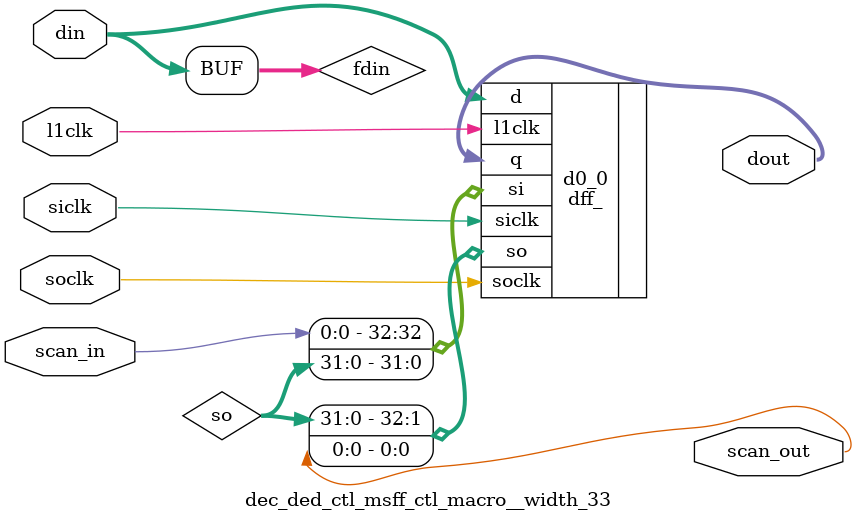
<source format=v>
module dec_ded_ctl (
  l2clk, 
  scan_in, 
  tcu_pce_ov, 
  spc_aclk, 
  spc_bclk, 
  tcu_scan_en, 
  clken, 
  tlu_cerer_icdp, 
  del_test_sel_p, 
  del_twocycle_std_p, 
  del_twocycle_rs2_p, 
  del_default_sel_p, 
  del_test_addr_p, 
  ifu_buf0_inst0, 
  ifu_buf0_inst1, 
  ifu_buf0_inst2, 
  ifu_buf0_inst3, 
  ifu_buf0_excp0, 
  ifu_buf0_excp1, 
  ifu_buf0_excp2, 
  ifu_buf0_excp3, 
  del_noshift_d, 
  pku_raw_pick_p, 
  pku_isrc_rs1_p, 
  pku_isrc_rs2_p, 
  pku_isrc_rd_p, 
  exu_oddwin_b, 
  ded_oddwin_d, 
  dec_inst_d, 
  dec_inst_rs1_p, 
  dec_inst_rs2_p, 
  dec_inst_rs3_p, 
  dec_inst_rs1_vld_p, 
  dec_inst_rs2_vld_p, 
  dec_inst_rs3_vld_p, 
  ded_exc_d, 
  ded_perr_p, 
  ded_ferr_p, 
  ded_perr_d, 
  ded_ferr_d, 
  ded_legal_p, 
  scan_out);
wire l1clk;
wire spares_scanin;
wire spares_scanout;
wire icdf_perr_f_scanin;
wire icdf_perr_f_scanout;
wire icdp_perr_en;
wire pce_ov;
wire stop;
wire siclk;
wire soclk;
wire se;
wire oddwinf_scanin;
wire oddwinf_scanout;
wire [3:0] oddwin;
wire [2:0] xor0;
wire [2:0] xor1;
wire [2:0] xor2;
wire [2:0] xor3;
wire [3:0] window_in;
wire [2:0] xor_d;
wire windowf_scanin;
wire windowf_scanout;
wire twocyclef_scanin;
wire twocyclef_scanout;
wire [4:0] inst_rs2_d;
wire [4:1] inst_rs3_d;
wire [2:0] isrc_in;
wire [32:0] decode_mux;
wire [2:0] isrc0_in;
wire [2:0] isrc1_in;
wire [2:0] isrc2_in;
wire [2:0] isrc3_in;
wire [2:0] isrc_d;
wire isrcf_scanin;
wire isrcf_scanout;
wire [4:0] exc_in;
wire excf_scanin;
wire excf_scanout;
wire decodef_scanin;
wire decodef_scanout;
wire parityerrf_scanin;
wire parityerrf_scanout;
wire [3:0] ifetch_err_p;
wire ifetcherrf_scanin;
wire ifetcherrf_scanout;
wire illegal0_p;
wire illegal1_p;
wire illegal2_p;
wire illegal3_p;
wire legal_d;
wire legalf_scanin;
wire legalf_scanout;



input l2clk;
input scan_in;
input tcu_pce_ov;		// scan signals
input spc_aclk;
input spc_bclk;
input tcu_scan_en;

input clken;

input tlu_cerer_icdp;		// enable for icdp perr (0 then mask it)

input del_test_sel_p;		// mux selects for IRF read port rs3
input del_twocycle_std_p;
input del_twocycle_rs2_p;
input del_default_sel_p;


input [4:0] del_test_addr_p;	// address to read for exu test access

input [32:0] ifu_buf0_inst0;		// instructions for each of the threads at p stage
input [32:0] ifu_buf0_inst1;
input [32:0] ifu_buf0_inst2;
input [32:0] ifu_buf0_inst3;

input [4:0] ifu_buf0_excp0;		// exception info for each of the threads at p stage
input [4:0] ifu_buf0_excp1;
input [4:0] ifu_buf0_excp2;
input [4:0] ifu_buf0_excp3;

input del_noshift_d;			// dont shift anything into decode0 stage
input [3:0]  pku_raw_pick_p;     	// raw pick signals to ifu to mux pc addresses


input [3:0] pku_isrc_rs1_p;		// has rs1 source
input [3:0] pku_isrc_rs2_p;		// has rs2 source
input [3:0] pku_isrc_rd_p;		// has rd source

input [3:0] exu_oddwin_b;		// whether window for current thread is odd or not

output ded_oddwin_d;			// window is odd for decode0

output [32:0] dec_inst_d;

output [4:0] dec_inst_rs1_p;
output [4:0] dec_inst_rs2_p;
output [4:0] dec_inst_rs3_p;
output dec_inst_rs1_vld_p;
output dec_inst_rs2_vld_p;
output dec_inst_rs3_vld_p;


output [4:0] ded_exc_d;

output ded_perr_p;		// inst parity error at p stage; to del to squash predecodes
output ded_ferr_p;		// inst ifetch error at p stage; to del to squash predecodes
	   
output ded_perr_d;		// inst parity error at d stage; to dcd to squash main decode
output ded_ferr_d;		// inst ifetch error at d stage; to dcd to squash main decode

output ded_legal_p;		// illegal instruction at p stage

output scan_out;


dec_ded_ctl_l1clkhdr_ctl_macro clkgen (
 .l2clk(l2clk),
 .l1en (clken),
 .l1clk(l1clk),
  .pce_ov(pce_ov),
  .stop(stop),
  .se(se));

dec_ded_ctl_spare_ctl_macro__num_2 spares  (
	.scan_in(spares_scanin),
	.scan_out(spares_scanout),
	.l1clk	(l1clk),
  .siclk(siclk),
  .soclk(soclk)
);

dec_ded_ctl_msff_ctl_macro__width_1 icdf_perr_f  (
 .scan_in(icdf_perr_f_scanin),
 .scan_out(icdf_perr_f_scanout),
 .l1clk(l1clk),
 .din  (tlu_cerer_icdp),
 .dout (icdp_perr_en),
  .siclk(siclk),
  .soclk(soclk)
);


// scan renames
assign pce_ov = tcu_pce_ov;
assign stop = 1'b0;
assign siclk = spc_aclk;
assign soclk = spc_bclk;
assign se = tcu_scan_en;
// end scan

// 0in value -var pku_raw_pick_p[3:0] -val 0 1 2 4 8


dec_ded_ctl_msff_ctl_macro__width_4 oddwinf  (
 .scan_in(oddwinf_scanin),
 .scan_out(oddwinf_scanout),
 .din(exu_oddwin_b[3:0]),
 .dout(oddwin[3:0]),
  .l1clk(l1clk),
  .siclk(siclk),
  .soclk(soclk)
);


// generate correct pointers for rd, rs1 and rs2 for each thread

assign xor0[2:0] = {ifu_buf0_inst0[29],ifu_buf0_inst0[18],ifu_buf0_inst0[4]} ^ ({3{oddwin[0]}} &  {ifu_buf0_inst0[28],ifu_buf0_inst0[17],ifu_buf0_inst0[3]});

assign xor1[2:0] = {ifu_buf0_inst1[29],ifu_buf0_inst1[18],ifu_buf0_inst1[4]} ^ ({3{oddwin[1]}} &  {ifu_buf0_inst1[28],ifu_buf0_inst1[17],ifu_buf0_inst1[3]});

assign xor2[2:0] = {ifu_buf0_inst2[29],ifu_buf0_inst2[18],ifu_buf0_inst2[4]} ^ ({3{oddwin[2]}} &  {ifu_buf0_inst2[28],ifu_buf0_inst2[17],ifu_buf0_inst2[3]});

assign xor3[2:0] = {ifu_buf0_inst3[29],ifu_buf0_inst3[18],ifu_buf0_inst3[4]} ^ ({3{oddwin[3]}} &  {ifu_buf0_inst3[28],ifu_buf0_inst3[17],ifu_buf0_inst3[3]});



assign window_in[3:0] =    ({4{del_noshift_d}} &                      {ded_oddwin_d,xor_d[2:0]}) |
			   ({4{~del_noshift_d & pku_raw_pick_p[0]}} & {oddwin[0],xor0[2:0]}) |
			   ({4{~del_noshift_d & pku_raw_pick_p[1]}} & {oddwin[1],xor1[2:0]}) |
			   ({4{~del_noshift_d & pku_raw_pick_p[2]}} & {oddwin[2],xor2[2:0]}) |
			   ({4{~del_noshift_d & pku_raw_pick_p[3]}} & {oddwin[3],xor3[2:0]});


dec_ded_ctl_msff_ctl_macro__width_4 windowf  (
 .scan_in(windowf_scanin),
 .scan_out(windowf_scanout),
 .din(window_in[3:0]),
 .dout({ded_oddwin_d,xor_d[2:0]}),
  .l1clk(l1clk),
  .siclk(siclk),
  .soclk(soclk)
);


// twocycle operations use the rs3 port to the irf for the second read operation

dec_ded_ctl_msff_ctl_macro__width_9 twocyclef  (
 .scan_in(twocyclef_scanin),
 .scan_out(twocyclef_scanout),
 .din({dec_inst_rs2_p[4:0],dec_inst_rs3_p[4:1]}),
 .dout({inst_rs2_d[4:0],inst_rs3_d[4:1]}),
  .l1clk(l1clk),
  .siclk(siclk),
  .soclk(soclk)
);



assign {dec_inst_rs3_vld_p,dec_inst_rs3_p[4:0]} = ({6{del_test_sel_p}} & {1'b1,del_test_addr_p[4:0]}) |
						  ({6{del_twocycle_std_p}} & {1'b1,inst_rs3_d[4:1],1'b1}) |
					          ({6{del_twocycle_rs2_p}} & {1'b1,inst_rs2_d[4:0]}) |
						  ({6{del_default_sel_p}}  & {isrc_in[2],window_in[2],decode_mux[28:25]});


assign dec_inst_rs1_vld_p = isrc_in[1];
assign dec_inst_rs2_vld_p = isrc_in[0];

assign dec_inst_rs1_p[4:0] = {window_in[1],decode_mux[17:14]};
assign dec_inst_rs2_p[4:0] = {window_in[0],decode_mux[3:0]};


assign isrc0_in[2:0] = { pku_isrc_rd_p[0],pku_isrc_rs1_p[0],pku_isrc_rs2_p[0] };

assign isrc1_in[2:0] = { pku_isrc_rd_p[1],pku_isrc_rs1_p[1],pku_isrc_rs2_p[1] };

assign isrc2_in[2:0] = { pku_isrc_rd_p[2],pku_isrc_rs1_p[2],pku_isrc_rs2_p[2] };

assign isrc3_in[2:0] = { pku_isrc_rd_p[3],pku_isrc_rs1_p[3],pku_isrc_rs2_p[3] };


assign isrc_in[2:0] =      ({3{del_noshift_d}} & isrc_d[2:0]) |
			   ({3{~del_noshift_d & pku_raw_pick_p[0]}} & isrc0_in[2:0]) |
			   ({3{~del_noshift_d & pku_raw_pick_p[1]}} & isrc1_in[2:0]) |
			   ({3{~del_noshift_d & pku_raw_pick_p[2]}} & isrc2_in[2:0]) |
			   ({3{~del_noshift_d & pku_raw_pick_p[3]}} & isrc3_in[2:0]);


dec_ded_ctl_msff_ctl_macro__width_3 isrcf  (
 .scan_in(isrcf_scanin),
 .scan_out(isrcf_scanout),
 .din(isrc_in[2:0]),
 .dout(isrc_d[2:0]),
  .l1clk(l1clk),
  .siclk(siclk),
  .soclk(soclk)
);





assign exc_in[4:0] =       ({5{del_noshift_d}} & ded_exc_d[4:0]) |
			   ({5{~del_noshift_d & pku_raw_pick_p[0]}} & ifu_buf0_excp0[4:0]) |
			   ({5{~del_noshift_d & pku_raw_pick_p[1]}} & ifu_buf0_excp1[4:0]) |
			   ({5{~del_noshift_d & pku_raw_pick_p[2]}} & ifu_buf0_excp2[4:0]) |
			   ({5{~del_noshift_d & pku_raw_pick_p[3]}} & ifu_buf0_excp3[4:0]);

dec_ded_ctl_msff_ctl_macro__width_5 excf  (
 .scan_in(excf_scanin),
 .scan_out(excf_scanout),
 .din(exc_in[4:0]),
 .dout(ded_exc_d[4:0]),
  .l1clk(l1clk),
  .siclk(siclk),
  .soclk(soclk)
);


assign decode_mux[32:0] = ({33{del_noshift_d}} & dec_inst_d[32:0]) |
			   ({33{~del_noshift_d & pku_raw_pick_p[0]}} & ifu_buf0_inst0[32:0]) |
			   ({33{~del_noshift_d & pku_raw_pick_p[1]}} & ifu_buf0_inst1[32:0]) |
			   ({33{~del_noshift_d & pku_raw_pick_p[2]}} & ifu_buf0_inst2[32:0]) |
			   ({33{~del_noshift_d & pku_raw_pick_p[3]}} & ifu_buf0_inst3[32:0]);

dec_ded_ctl_msff_ctl_macro__width_33 decodef  (
 .scan_in(decodef_scanin),
 .scan_out(decodef_scanout),
 .din(decode_mux[32:0]),
 .dout(dec_inst_d[32:0]),
  .l1clk(l1clk),
  .siclk(siclk),
  .soclk(soclk)
);


// its only a parity error if its enabled
assign ded_perr_p =   ( del_noshift_d & ded_perr_d) |
			   (~del_noshift_d & pku_raw_pick_p[0] & icdp_perr_en & (ifu_buf0_inst0[32] ^ (^ifu_buf0_inst0[31:0]))) |
			   (~del_noshift_d & pku_raw_pick_p[1] & icdp_perr_en & (ifu_buf0_inst1[32] ^ (^ifu_buf0_inst1[31:0]))) |
			   (~del_noshift_d & pku_raw_pick_p[2] & icdp_perr_en & (ifu_buf0_inst2[32] ^ (^ifu_buf0_inst2[31:0]))) |
			   (~del_noshift_d & pku_raw_pick_p[3] & icdp_perr_en & (ifu_buf0_inst3[32] ^ (^ifu_buf0_inst3[31:0])));

dec_ded_ctl_msff_ctl_macro__width_1 parityerrf  (
 .scan_in(parityerrf_scanin),
 .scan_out(parityerrf_scanout),
 .din(ded_perr_p),
 .dout(ded_perr_d),
  .l1clk(l1clk),
  .siclk(siclk),
  .soclk(soclk)
);

assign ifetch_err_p[0] = 	(ifu_buf0_excp0[4:0] == 5'b00001) |
				(ifu_buf0_excp0[4:0] == 5'b00010) |
				(ifu_buf0_excp0[4:0] == 5'b00011) |
				(ifu_buf0_excp0[4:0] == 5'b00100) |
				(ifu_buf0_excp0[4:0] == 5'b00111) |
				(ifu_buf0_excp0[4:0] == 5'b11111) |
				(ifu_buf0_excp0[4:0] == 5'b01001) |
				(ifu_buf0_excp0[4:0] == 5'b01010) |
				(ifu_buf0_excp0[4:0] == 5'b01011) |
				(ifu_buf0_excp0[4:0] == 5'b01100) |
				(ifu_buf0_excp0[4:0] == 5'b01101) |
				(ifu_buf0_excp0[4:0] == 5'b01111) |
				(ifu_buf0_excp0[4:0] == 5'b10000) |
				(ifu_buf0_excp0[4:0] == 5'b10001) |
				(ifu_buf0_excp0[4:0] == 5'b10011) |
				(ifu_buf0_excp0[4:0] == 5'b10111) |
				(ifu_buf0_excp0[4:0] == 5'b11000);

assign ifetch_err_p[1] = 	(ifu_buf0_excp1[4:0] == 5'b00001) |
				(ifu_buf0_excp1[4:0] == 5'b00010) |
				(ifu_buf0_excp1[4:0] == 5'b00011) |
				(ifu_buf0_excp1[4:0] == 5'b00100) |
				(ifu_buf0_excp1[4:0] == 5'b00111) |
				(ifu_buf0_excp1[4:0] == 5'b11111) |
				(ifu_buf0_excp1[4:0] == 5'b01001) |
				(ifu_buf0_excp1[4:0] == 5'b01010) |
				(ifu_buf0_excp1[4:0] == 5'b01011) |
				(ifu_buf0_excp1[4:0] == 5'b01100) |
				(ifu_buf0_excp1[4:0] == 5'b01101) |
				(ifu_buf0_excp1[4:0] == 5'b01111) |
				(ifu_buf0_excp1[4:0] == 5'b10000) |
				(ifu_buf0_excp1[4:0] == 5'b10001) |
				(ifu_buf0_excp1[4:0] == 5'b10011) |
				(ifu_buf0_excp1[4:0] == 5'b10111) |
				(ifu_buf0_excp1[4:0] == 5'b11000);

assign ifetch_err_p[2] = 	(ifu_buf0_excp2[4:0] == 5'b00001) |
				(ifu_buf0_excp2[4:0] == 5'b00010) |
				(ifu_buf0_excp2[4:0] == 5'b00011) |
				(ifu_buf0_excp2[4:0] == 5'b00100) |
				(ifu_buf0_excp2[4:0] == 5'b00111) |
				(ifu_buf0_excp2[4:0] == 5'b11111) |
				(ifu_buf0_excp2[4:0] == 5'b01001) |
				(ifu_buf0_excp2[4:0] == 5'b01010) |
				(ifu_buf0_excp2[4:0] == 5'b01011) |
				(ifu_buf0_excp2[4:0] == 5'b01100) |
				(ifu_buf0_excp2[4:0] == 5'b01101) |
				(ifu_buf0_excp2[4:0] == 5'b01111) |
				(ifu_buf0_excp2[4:0] == 5'b10000) |
				(ifu_buf0_excp2[4:0] == 5'b10001) |
				(ifu_buf0_excp2[4:0] == 5'b10011) |
				(ifu_buf0_excp2[4:0] == 5'b10111) |
				(ifu_buf0_excp2[4:0] == 5'b11000);

assign ifetch_err_p[3] = 	(ifu_buf0_excp3[4:0] == 5'b00001) |
				(ifu_buf0_excp3[4:0] == 5'b00010) |
				(ifu_buf0_excp3[4:0] == 5'b00011) |
				(ifu_buf0_excp3[4:0] == 5'b00100) |
				(ifu_buf0_excp3[4:0] == 5'b00111) |
				(ifu_buf0_excp3[4:0] == 5'b11111) |
				(ifu_buf0_excp3[4:0] == 5'b01001) |
				(ifu_buf0_excp3[4:0] == 5'b01010) |
				(ifu_buf0_excp3[4:0] == 5'b01011) |
				(ifu_buf0_excp3[4:0] == 5'b01100) |
				(ifu_buf0_excp3[4:0] == 5'b01101) |
				(ifu_buf0_excp3[4:0] == 5'b01111) |
				(ifu_buf0_excp3[4:0] == 5'b10000) |
				(ifu_buf0_excp3[4:0] == 5'b10001) |
				(ifu_buf0_excp3[4:0] == 5'b10011) |
				(ifu_buf0_excp3[4:0] == 5'b10111) |
				(ifu_buf0_excp3[4:0] == 5'b11000);

assign ded_ferr_p =   ( del_noshift_d & ded_ferr_d) |
			    (~del_noshift_d & pku_raw_pick_p[0] & ifetch_err_p[0]) |
			    (~del_noshift_d & pku_raw_pick_p[1] & ifetch_err_p[1] ) |
			    (~del_noshift_d & pku_raw_pick_p[2] & ifetch_err_p[2] ) |
			    (~del_noshift_d & pku_raw_pick_p[3] & ifetch_err_p[3] );

dec_ded_ctl_msff_ctl_macro__width_1 ifetcherrf  (
 .scan_in(ifetcherrf_scanin),
 .scan_out(ifetcherrf_scanout),
 .din(ded_ferr_p),
 .dout(ded_ferr_d),
  .l1clk(l1clk),
  .siclk(siclk),
  .soclk(soclk)
);

assign illegal0_p = ~ifu_buf0_inst0[31] & ~ifu_buf0_inst0[30] & ~ifu_buf0_inst0[24] & ~ifu_buf0_inst0[23] & ~ifu_buf0_inst0[22];
assign illegal1_p = ~ifu_buf0_inst1[31] & ~ifu_buf0_inst1[30] & ~ifu_buf0_inst1[24] & ~ifu_buf0_inst1[23] & ~ifu_buf0_inst1[22];
assign illegal2_p = ~ifu_buf0_inst2[31] & ~ifu_buf0_inst2[30] & ~ifu_buf0_inst2[24] & ~ifu_buf0_inst2[23] & ~ifu_buf0_inst2[22];
assign illegal3_p = ~ifu_buf0_inst3[31] & ~ifu_buf0_inst3[30] & ~ifu_buf0_inst3[24] & ~ifu_buf0_inst3[23] & ~ifu_buf0_inst3[22];


assign ded_legal_p =       ( del_noshift_d & legal_d) |
			   (~del_noshift_d & pku_raw_pick_p[0] & ~illegal0_p) |
			   (~del_noshift_d & pku_raw_pick_p[1] & ~illegal1_p) |
			   (~del_noshift_d & pku_raw_pick_p[2] & ~illegal2_p) |
			   (~del_noshift_d & pku_raw_pick_p[3] & ~illegal3_p);

dec_ded_ctl_msff_ctl_macro__width_1 legalf  (
 .scan_in(legalf_scanin),
 .scan_out(legalf_scanout),
 .din(ded_legal_p),
 .dout(legal_d),
  .l1clk(l1clk),
  .siclk(siclk),
  .soclk(soclk)
);


// fixscan start:
assign spares_scanin             = scan_in                  ;
assign icdf_perr_f_scanin        = spares_scanout           ;
assign oddwinf_scanin            = icdf_perr_f_scanout      ;
assign windowf_scanin            = oddwinf_scanout          ;
assign twocyclef_scanin          = windowf_scanout          ;
assign isrcf_scanin              = twocyclef_scanout        ;
assign excf_scanin               = isrcf_scanout            ;
assign decodef_scanin            = excf_scanout             ;
assign parityerrf_scanin         = decodef_scanout          ;
assign ifetcherrf_scanin         = parityerrf_scanout       ;
assign legalf_scanin             = ifetcherrf_scanout       ;
assign scan_out                  = legalf_scanout           ;
// fixscan end:
endmodule






// any PARAMS parms go into naming of macro

module dec_ded_ctl_l1clkhdr_ctl_macro (
  l2clk, 
  l1en, 
  pce_ov, 
  stop, 
  se, 
  l1clk);


  input l2clk;
  input l1en;
  input pce_ov;
  input stop;
  input se;
  output l1clk;



 

cl_sc1_l1hdr_8x c_0 (


   .l2clk(l2clk),
   .pce(l1en),
   .l1clk(l1clk),
  .se(se),
  .pce_ov(pce_ov),
  .stop(stop)
);



endmodule









//  Description:        Spare gate macro for control blocks
//
//  Param num controls the number of times the macro is added
//  flops=0 can be used to use only combination spare logic


module dec_ded_ctl_spare_ctl_macro__num_2 (
  l1clk, 
  scan_in, 
  siclk, 
  soclk, 
  scan_out);
wire si_0;
wire so_0;
wire spare0_flop_unused;
wire spare0_buf_32x_unused;
wire spare0_nand3_8x_unused;
wire spare0_inv_8x_unused;
wire spare0_aoi22_4x_unused;
wire spare0_buf_8x_unused;
wire spare0_oai22_4x_unused;
wire spare0_inv_16x_unused;
wire spare0_nand2_16x_unused;
wire spare0_nor3_4x_unused;
wire spare0_nand2_8x_unused;
wire spare0_buf_16x_unused;
wire spare0_nor2_16x_unused;
wire spare0_inv_32x_unused;
wire si_1;
wire so_1;
wire spare1_flop_unused;
wire spare1_buf_32x_unused;
wire spare1_nand3_8x_unused;
wire spare1_inv_8x_unused;
wire spare1_aoi22_4x_unused;
wire spare1_buf_8x_unused;
wire spare1_oai22_4x_unused;
wire spare1_inv_16x_unused;
wire spare1_nand2_16x_unused;
wire spare1_nor3_4x_unused;
wire spare1_nand2_8x_unused;
wire spare1_buf_16x_unused;
wire spare1_nor2_16x_unused;
wire spare1_inv_32x_unused;


input		l1clk;
input		scan_in;
input		siclk;
input		soclk;
output		scan_out;

cl_sc1_msff_8x spare0_flop (.l1clk(l1clk),
                               .siclk(siclk),
                               .soclk(soclk),
                               .si(si_0),
                               .so(so_0),
                               .d(1'b0),
                               .q(spare0_flop_unused));
assign si_0 = scan_in;

cl_u1_buf_32x   spare0_buf_32x (.in(1'b1),
                                   .out(spare0_buf_32x_unused));
cl_u1_nand3_8x spare0_nand3_8x (.in0(1'b1),
                                   .in1(1'b1),
                                   .in2(1'b1),
                                   .out(spare0_nand3_8x_unused));
cl_u1_inv_8x    spare0_inv_8x (.in(1'b1),
                                  .out(spare0_inv_8x_unused));
cl_u1_aoi22_4x spare0_aoi22_4x (.in00(1'b1),
                                   .in01(1'b1),
                                   .in10(1'b1),
                                   .in11(1'b1),
                                   .out(spare0_aoi22_4x_unused));
cl_u1_buf_8x    spare0_buf_8x (.in(1'b1),
                                  .out(spare0_buf_8x_unused));
cl_u1_oai22_4x spare0_oai22_4x (.in00(1'b1),
                                   .in01(1'b1),
                                   .in10(1'b1),
                                   .in11(1'b1),
                                   .out(spare0_oai22_4x_unused));
cl_u1_inv_16x   spare0_inv_16x (.in(1'b1),
                                   .out(spare0_inv_16x_unused));
cl_u1_nand2_16x spare0_nand2_16x (.in0(1'b1),
                                     .in1(1'b1),
                                     .out(spare0_nand2_16x_unused));
cl_u1_nor3_4x spare0_nor3_4x (.in0(1'b0),
                                 .in1(1'b0),
                                 .in2(1'b0),
                                 .out(spare0_nor3_4x_unused));
cl_u1_nand2_8x spare0_nand2_8x (.in0(1'b1),
                                   .in1(1'b1),
                                   .out(spare0_nand2_8x_unused));
cl_u1_buf_16x   spare0_buf_16x (.in(1'b1),
                                   .out(spare0_buf_16x_unused));
cl_u1_nor2_16x spare0_nor2_16x (.in0(1'b0),
                                   .in1(1'b0),
                                   .out(spare0_nor2_16x_unused));
cl_u1_inv_32x   spare0_inv_32x (.in(1'b1),
                                   .out(spare0_inv_32x_unused));

cl_sc1_msff_8x spare1_flop (.l1clk(l1clk),
                               .siclk(siclk),
                               .soclk(soclk),
                               .si(si_1),
                               .so(so_1),
                               .d(1'b0),
                               .q(spare1_flop_unused));
assign si_1 = so_0;

cl_u1_buf_32x   spare1_buf_32x (.in(1'b1),
                                   .out(spare1_buf_32x_unused));
cl_u1_nand3_8x spare1_nand3_8x (.in0(1'b1),
                                   .in1(1'b1),
                                   .in2(1'b1),
                                   .out(spare1_nand3_8x_unused));
cl_u1_inv_8x    spare1_inv_8x (.in(1'b1),
                                  .out(spare1_inv_8x_unused));
cl_u1_aoi22_4x spare1_aoi22_4x (.in00(1'b1),
                                   .in01(1'b1),
                                   .in10(1'b1),
                                   .in11(1'b1),
                                   .out(spare1_aoi22_4x_unused));
cl_u1_buf_8x    spare1_buf_8x (.in(1'b1),
                                  .out(spare1_buf_8x_unused));
cl_u1_oai22_4x spare1_oai22_4x (.in00(1'b1),
                                   .in01(1'b1),
                                   .in10(1'b1),
                                   .in11(1'b1),
                                   .out(spare1_oai22_4x_unused));
cl_u1_inv_16x   spare1_inv_16x (.in(1'b1),
                                   .out(spare1_inv_16x_unused));
cl_u1_nand2_16x spare1_nand2_16x (.in0(1'b1),
                                     .in1(1'b1),
                                     .out(spare1_nand2_16x_unused));
cl_u1_nor3_4x spare1_nor3_4x (.in0(1'b0),
                                 .in1(1'b0),
                                 .in2(1'b0),
                                 .out(spare1_nor3_4x_unused));
cl_u1_nand2_8x spare1_nand2_8x (.in0(1'b1),
                                   .in1(1'b1),
                                   .out(spare1_nand2_8x_unused));
cl_u1_buf_16x   spare1_buf_16x (.in(1'b1),
                                   .out(spare1_buf_16x_unused));
cl_u1_nor2_16x spare1_nor2_16x (.in0(1'b0),
                                   .in1(1'b0),
                                   .out(spare1_nor2_16x_unused));
cl_u1_inv_32x   spare1_inv_32x (.in(1'b1),
                                   .out(spare1_inv_32x_unused));
assign scan_out = so_1;



endmodule






// any PARAMS parms go into naming of macro

module dec_ded_ctl_msff_ctl_macro__width_1 (
  din, 
  l1clk, 
  scan_in, 
  siclk, 
  soclk, 
  dout, 
  scan_out);
wire [0:0] fdin;

  input [0:0] din;
  input l1clk;
  input scan_in;


  input siclk;
  input soclk;

  output [0:0] dout;
  output scan_out;
assign fdin[0:0] = din[0:0];






dff_ #(1)  d0_0 (
.l1clk(l1clk),
.siclk(siclk),
.soclk(soclk),
.d(fdin[0:0]),
.si(scan_in),
.so(scan_out),
.q(dout[0:0])
);












endmodule













// any PARAMS parms go into naming of macro

module dec_ded_ctl_msff_ctl_macro__width_4 (
  din, 
  l1clk, 
  scan_in, 
  siclk, 
  soclk, 
  dout, 
  scan_out);
wire [3:0] fdin;
wire [2:0] so;

  input [3:0] din;
  input l1clk;
  input scan_in;


  input siclk;
  input soclk;

  output [3:0] dout;
  output scan_out;
assign fdin[3:0] = din[3:0];






dff_ #(4)  d0_0 (
.l1clk(l1clk),
.siclk(siclk),
.soclk(soclk),
.d(fdin[3:0]),
.si({scan_in,so[2:0]}),
.so({so[2:0],scan_out}),
.q(dout[3:0])
);












endmodule













// any PARAMS parms go into naming of macro

module dec_ded_ctl_msff_ctl_macro__width_9 (
  din, 
  l1clk, 
  scan_in, 
  siclk, 
  soclk, 
  dout, 
  scan_out);
wire [8:0] fdin;
wire [7:0] so;

  input [8:0] din;
  input l1clk;
  input scan_in;


  input siclk;
  input soclk;

  output [8:0] dout;
  output scan_out;
assign fdin[8:0] = din[8:0];






dff_ #(9)  d0_0 (
.l1clk(l1clk),
.siclk(siclk),
.soclk(soclk),
.d(fdin[8:0]),
.si({scan_in,so[7:0]}),
.so({so[7:0],scan_out}),
.q(dout[8:0])
);












endmodule













// any PARAMS parms go into naming of macro

module dec_ded_ctl_msff_ctl_macro__width_3 (
  din, 
  l1clk, 
  scan_in, 
  siclk, 
  soclk, 
  dout, 
  scan_out);
wire [2:0] fdin;
wire [1:0] so;

  input [2:0] din;
  input l1clk;
  input scan_in;


  input siclk;
  input soclk;

  output [2:0] dout;
  output scan_out;
assign fdin[2:0] = din[2:0];






dff_ #(3)  d0_0 (
.l1clk(l1clk),
.siclk(siclk),
.soclk(soclk),
.d(fdin[2:0]),
.si({scan_in,so[1:0]}),
.so({so[1:0],scan_out}),
.q(dout[2:0])
);












endmodule













// any PARAMS parms go into naming of macro

module dec_ded_ctl_msff_ctl_macro__width_5 (
  din, 
  l1clk, 
  scan_in, 
  siclk, 
  soclk, 
  dout, 
  scan_out);
wire [4:0] fdin;
wire [3:0] so;

  input [4:0] din;
  input l1clk;
  input scan_in;


  input siclk;
  input soclk;

  output [4:0] dout;
  output scan_out;
assign fdin[4:0] = din[4:0];






dff_ #(5)  d0_0 (
.l1clk(l1clk),
.siclk(siclk),
.soclk(soclk),
.d(fdin[4:0]),
.si({scan_in,so[3:0]}),
.so({so[3:0],scan_out}),
.q(dout[4:0])
);












endmodule













// any PARAMS parms go into naming of macro

module dec_ded_ctl_msff_ctl_macro__width_33 (
  din, 
  l1clk, 
  scan_in, 
  siclk, 
  soclk, 
  dout, 
  scan_out);
wire [32:0] fdin;
wire [31:0] so;

  input [32:0] din;
  input l1clk;
  input scan_in;


  input siclk;
  input soclk;

  output [32:0] dout;
  output scan_out;
assign fdin[32:0] = din[32:0];






dff_ #(33)  d0_0 (
.l1clk(l1clk),
.siclk(siclk),
.soclk(soclk),
.d(fdin[32:0]),
.si({scan_in,so[31:0]}),
.so({so[31:0],scan_out}),
.q(dout[32:0])
);












endmodule









</source>
